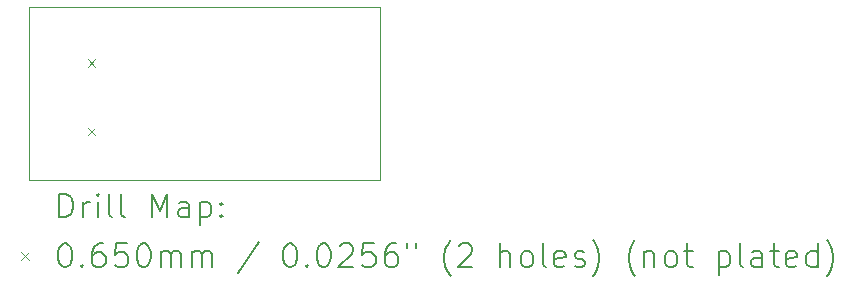
<source format=gbr>
%TF.GenerationSoftware,KiCad,Pcbnew,8.0.8*%
%TF.CreationDate,2025-06-15T19:23:17+08:00*%
%TF.ProjectId,USB_C_Connector,5553425f-435f-4436-9f6e-6e6563746f72,rev?*%
%TF.SameCoordinates,Original*%
%TF.FileFunction,Drillmap*%
%TF.FilePolarity,Positive*%
%FSLAX45Y45*%
G04 Gerber Fmt 4.5, Leading zero omitted, Abs format (unit mm)*
G04 Created by KiCad (PCBNEW 8.0.8) date 2025-06-15 19:23:17*
%MOMM*%
%LPD*%
G01*
G04 APERTURE LIST*
%ADD10C,0.050000*%
%ADD11C,0.200000*%
%ADD12C,0.100000*%
G04 APERTURE END LIST*
D10*
X3482340Y-4353560D02*
X6451600Y-4353560D01*
X6451600Y-5819140D01*
X3482340Y-5819140D01*
X3482340Y-4353560D01*
D11*
D12*
X3979080Y-4794060D02*
X4044080Y-4859060D01*
X4044080Y-4794060D02*
X3979080Y-4859060D01*
X3979080Y-5372060D02*
X4044080Y-5437060D01*
X4044080Y-5372060D02*
X3979080Y-5437060D01*
D11*
X3740617Y-6133124D02*
X3740617Y-5933124D01*
X3740617Y-5933124D02*
X3788236Y-5933124D01*
X3788236Y-5933124D02*
X3816807Y-5942648D01*
X3816807Y-5942648D02*
X3835855Y-5961695D01*
X3835855Y-5961695D02*
X3845379Y-5980743D01*
X3845379Y-5980743D02*
X3854902Y-6018838D01*
X3854902Y-6018838D02*
X3854902Y-6047409D01*
X3854902Y-6047409D02*
X3845379Y-6085505D01*
X3845379Y-6085505D02*
X3835855Y-6104552D01*
X3835855Y-6104552D02*
X3816807Y-6123600D01*
X3816807Y-6123600D02*
X3788236Y-6133124D01*
X3788236Y-6133124D02*
X3740617Y-6133124D01*
X3940617Y-6133124D02*
X3940617Y-5999790D01*
X3940617Y-6037886D02*
X3950141Y-6018838D01*
X3950141Y-6018838D02*
X3959664Y-6009314D01*
X3959664Y-6009314D02*
X3978712Y-5999790D01*
X3978712Y-5999790D02*
X3997760Y-5999790D01*
X4064426Y-6133124D02*
X4064426Y-5999790D01*
X4064426Y-5933124D02*
X4054902Y-5942648D01*
X4054902Y-5942648D02*
X4064426Y-5952171D01*
X4064426Y-5952171D02*
X4073950Y-5942648D01*
X4073950Y-5942648D02*
X4064426Y-5933124D01*
X4064426Y-5933124D02*
X4064426Y-5952171D01*
X4188236Y-6133124D02*
X4169188Y-6123600D01*
X4169188Y-6123600D02*
X4159664Y-6104552D01*
X4159664Y-6104552D02*
X4159664Y-5933124D01*
X4292998Y-6133124D02*
X4273950Y-6123600D01*
X4273950Y-6123600D02*
X4264426Y-6104552D01*
X4264426Y-6104552D02*
X4264426Y-5933124D01*
X4521569Y-6133124D02*
X4521569Y-5933124D01*
X4521569Y-5933124D02*
X4588236Y-6075981D01*
X4588236Y-6075981D02*
X4654903Y-5933124D01*
X4654903Y-5933124D02*
X4654903Y-6133124D01*
X4835855Y-6133124D02*
X4835855Y-6028362D01*
X4835855Y-6028362D02*
X4826331Y-6009314D01*
X4826331Y-6009314D02*
X4807284Y-5999790D01*
X4807284Y-5999790D02*
X4769188Y-5999790D01*
X4769188Y-5999790D02*
X4750141Y-6009314D01*
X4835855Y-6123600D02*
X4816807Y-6133124D01*
X4816807Y-6133124D02*
X4769188Y-6133124D01*
X4769188Y-6133124D02*
X4750141Y-6123600D01*
X4750141Y-6123600D02*
X4740617Y-6104552D01*
X4740617Y-6104552D02*
X4740617Y-6085505D01*
X4740617Y-6085505D02*
X4750141Y-6066457D01*
X4750141Y-6066457D02*
X4769188Y-6056933D01*
X4769188Y-6056933D02*
X4816807Y-6056933D01*
X4816807Y-6056933D02*
X4835855Y-6047409D01*
X4931093Y-5999790D02*
X4931093Y-6199790D01*
X4931093Y-6009314D02*
X4950141Y-5999790D01*
X4950141Y-5999790D02*
X4988236Y-5999790D01*
X4988236Y-5999790D02*
X5007284Y-6009314D01*
X5007284Y-6009314D02*
X5016807Y-6018838D01*
X5016807Y-6018838D02*
X5026331Y-6037886D01*
X5026331Y-6037886D02*
X5026331Y-6095028D01*
X5026331Y-6095028D02*
X5016807Y-6114076D01*
X5016807Y-6114076D02*
X5007284Y-6123600D01*
X5007284Y-6123600D02*
X4988236Y-6133124D01*
X4988236Y-6133124D02*
X4950141Y-6133124D01*
X4950141Y-6133124D02*
X4931093Y-6123600D01*
X5112045Y-6114076D02*
X5121569Y-6123600D01*
X5121569Y-6123600D02*
X5112045Y-6133124D01*
X5112045Y-6133124D02*
X5102522Y-6123600D01*
X5102522Y-6123600D02*
X5112045Y-6114076D01*
X5112045Y-6114076D02*
X5112045Y-6133124D01*
X5112045Y-6009314D02*
X5121569Y-6018838D01*
X5121569Y-6018838D02*
X5112045Y-6028362D01*
X5112045Y-6028362D02*
X5102522Y-6018838D01*
X5102522Y-6018838D02*
X5112045Y-6009314D01*
X5112045Y-6009314D02*
X5112045Y-6028362D01*
D12*
X3414840Y-6429140D02*
X3479840Y-6494140D01*
X3479840Y-6429140D02*
X3414840Y-6494140D01*
D11*
X3778712Y-6353124D02*
X3797760Y-6353124D01*
X3797760Y-6353124D02*
X3816807Y-6362648D01*
X3816807Y-6362648D02*
X3826331Y-6372171D01*
X3826331Y-6372171D02*
X3835855Y-6391219D01*
X3835855Y-6391219D02*
X3845379Y-6429314D01*
X3845379Y-6429314D02*
X3845379Y-6476933D01*
X3845379Y-6476933D02*
X3835855Y-6515028D01*
X3835855Y-6515028D02*
X3826331Y-6534076D01*
X3826331Y-6534076D02*
X3816807Y-6543600D01*
X3816807Y-6543600D02*
X3797760Y-6553124D01*
X3797760Y-6553124D02*
X3778712Y-6553124D01*
X3778712Y-6553124D02*
X3759664Y-6543600D01*
X3759664Y-6543600D02*
X3750141Y-6534076D01*
X3750141Y-6534076D02*
X3740617Y-6515028D01*
X3740617Y-6515028D02*
X3731093Y-6476933D01*
X3731093Y-6476933D02*
X3731093Y-6429314D01*
X3731093Y-6429314D02*
X3740617Y-6391219D01*
X3740617Y-6391219D02*
X3750141Y-6372171D01*
X3750141Y-6372171D02*
X3759664Y-6362648D01*
X3759664Y-6362648D02*
X3778712Y-6353124D01*
X3931093Y-6534076D02*
X3940617Y-6543600D01*
X3940617Y-6543600D02*
X3931093Y-6553124D01*
X3931093Y-6553124D02*
X3921569Y-6543600D01*
X3921569Y-6543600D02*
X3931093Y-6534076D01*
X3931093Y-6534076D02*
X3931093Y-6553124D01*
X4112045Y-6353124D02*
X4073950Y-6353124D01*
X4073950Y-6353124D02*
X4054902Y-6362648D01*
X4054902Y-6362648D02*
X4045379Y-6372171D01*
X4045379Y-6372171D02*
X4026331Y-6400743D01*
X4026331Y-6400743D02*
X4016807Y-6438838D01*
X4016807Y-6438838D02*
X4016807Y-6515028D01*
X4016807Y-6515028D02*
X4026331Y-6534076D01*
X4026331Y-6534076D02*
X4035855Y-6543600D01*
X4035855Y-6543600D02*
X4054902Y-6553124D01*
X4054902Y-6553124D02*
X4092998Y-6553124D01*
X4092998Y-6553124D02*
X4112045Y-6543600D01*
X4112045Y-6543600D02*
X4121569Y-6534076D01*
X4121569Y-6534076D02*
X4131093Y-6515028D01*
X4131093Y-6515028D02*
X4131093Y-6467409D01*
X4131093Y-6467409D02*
X4121569Y-6448362D01*
X4121569Y-6448362D02*
X4112045Y-6438838D01*
X4112045Y-6438838D02*
X4092998Y-6429314D01*
X4092998Y-6429314D02*
X4054902Y-6429314D01*
X4054902Y-6429314D02*
X4035855Y-6438838D01*
X4035855Y-6438838D02*
X4026331Y-6448362D01*
X4026331Y-6448362D02*
X4016807Y-6467409D01*
X4312045Y-6353124D02*
X4216807Y-6353124D01*
X4216807Y-6353124D02*
X4207284Y-6448362D01*
X4207284Y-6448362D02*
X4216807Y-6438838D01*
X4216807Y-6438838D02*
X4235855Y-6429314D01*
X4235855Y-6429314D02*
X4283474Y-6429314D01*
X4283474Y-6429314D02*
X4302522Y-6438838D01*
X4302522Y-6438838D02*
X4312045Y-6448362D01*
X4312045Y-6448362D02*
X4321569Y-6467409D01*
X4321569Y-6467409D02*
X4321569Y-6515028D01*
X4321569Y-6515028D02*
X4312045Y-6534076D01*
X4312045Y-6534076D02*
X4302522Y-6543600D01*
X4302522Y-6543600D02*
X4283474Y-6553124D01*
X4283474Y-6553124D02*
X4235855Y-6553124D01*
X4235855Y-6553124D02*
X4216807Y-6543600D01*
X4216807Y-6543600D02*
X4207284Y-6534076D01*
X4445379Y-6353124D02*
X4464426Y-6353124D01*
X4464426Y-6353124D02*
X4483474Y-6362648D01*
X4483474Y-6362648D02*
X4492998Y-6372171D01*
X4492998Y-6372171D02*
X4502522Y-6391219D01*
X4502522Y-6391219D02*
X4512045Y-6429314D01*
X4512045Y-6429314D02*
X4512045Y-6476933D01*
X4512045Y-6476933D02*
X4502522Y-6515028D01*
X4502522Y-6515028D02*
X4492998Y-6534076D01*
X4492998Y-6534076D02*
X4483474Y-6543600D01*
X4483474Y-6543600D02*
X4464426Y-6553124D01*
X4464426Y-6553124D02*
X4445379Y-6553124D01*
X4445379Y-6553124D02*
X4426331Y-6543600D01*
X4426331Y-6543600D02*
X4416807Y-6534076D01*
X4416807Y-6534076D02*
X4407284Y-6515028D01*
X4407284Y-6515028D02*
X4397760Y-6476933D01*
X4397760Y-6476933D02*
X4397760Y-6429314D01*
X4397760Y-6429314D02*
X4407284Y-6391219D01*
X4407284Y-6391219D02*
X4416807Y-6372171D01*
X4416807Y-6372171D02*
X4426331Y-6362648D01*
X4426331Y-6362648D02*
X4445379Y-6353124D01*
X4597760Y-6553124D02*
X4597760Y-6419790D01*
X4597760Y-6438838D02*
X4607284Y-6429314D01*
X4607284Y-6429314D02*
X4626331Y-6419790D01*
X4626331Y-6419790D02*
X4654903Y-6419790D01*
X4654903Y-6419790D02*
X4673950Y-6429314D01*
X4673950Y-6429314D02*
X4683474Y-6448362D01*
X4683474Y-6448362D02*
X4683474Y-6553124D01*
X4683474Y-6448362D02*
X4692998Y-6429314D01*
X4692998Y-6429314D02*
X4712045Y-6419790D01*
X4712045Y-6419790D02*
X4740617Y-6419790D01*
X4740617Y-6419790D02*
X4759665Y-6429314D01*
X4759665Y-6429314D02*
X4769188Y-6448362D01*
X4769188Y-6448362D02*
X4769188Y-6553124D01*
X4864426Y-6553124D02*
X4864426Y-6419790D01*
X4864426Y-6438838D02*
X4873950Y-6429314D01*
X4873950Y-6429314D02*
X4892998Y-6419790D01*
X4892998Y-6419790D02*
X4921569Y-6419790D01*
X4921569Y-6419790D02*
X4940617Y-6429314D01*
X4940617Y-6429314D02*
X4950141Y-6448362D01*
X4950141Y-6448362D02*
X4950141Y-6553124D01*
X4950141Y-6448362D02*
X4959665Y-6429314D01*
X4959665Y-6429314D02*
X4978712Y-6419790D01*
X4978712Y-6419790D02*
X5007284Y-6419790D01*
X5007284Y-6419790D02*
X5026331Y-6429314D01*
X5026331Y-6429314D02*
X5035855Y-6448362D01*
X5035855Y-6448362D02*
X5035855Y-6553124D01*
X5426331Y-6343600D02*
X5254903Y-6600743D01*
X5683474Y-6353124D02*
X5702522Y-6353124D01*
X5702522Y-6353124D02*
X5721569Y-6362648D01*
X5721569Y-6362648D02*
X5731093Y-6372171D01*
X5731093Y-6372171D02*
X5740617Y-6391219D01*
X5740617Y-6391219D02*
X5750141Y-6429314D01*
X5750141Y-6429314D02*
X5750141Y-6476933D01*
X5750141Y-6476933D02*
X5740617Y-6515028D01*
X5740617Y-6515028D02*
X5731093Y-6534076D01*
X5731093Y-6534076D02*
X5721569Y-6543600D01*
X5721569Y-6543600D02*
X5702522Y-6553124D01*
X5702522Y-6553124D02*
X5683474Y-6553124D01*
X5683474Y-6553124D02*
X5664426Y-6543600D01*
X5664426Y-6543600D02*
X5654903Y-6534076D01*
X5654903Y-6534076D02*
X5645379Y-6515028D01*
X5645379Y-6515028D02*
X5635855Y-6476933D01*
X5635855Y-6476933D02*
X5635855Y-6429314D01*
X5635855Y-6429314D02*
X5645379Y-6391219D01*
X5645379Y-6391219D02*
X5654903Y-6372171D01*
X5654903Y-6372171D02*
X5664426Y-6362648D01*
X5664426Y-6362648D02*
X5683474Y-6353124D01*
X5835855Y-6534076D02*
X5845379Y-6543600D01*
X5845379Y-6543600D02*
X5835855Y-6553124D01*
X5835855Y-6553124D02*
X5826331Y-6543600D01*
X5826331Y-6543600D02*
X5835855Y-6534076D01*
X5835855Y-6534076D02*
X5835855Y-6553124D01*
X5969188Y-6353124D02*
X5988236Y-6353124D01*
X5988236Y-6353124D02*
X6007284Y-6362648D01*
X6007284Y-6362648D02*
X6016807Y-6372171D01*
X6016807Y-6372171D02*
X6026331Y-6391219D01*
X6026331Y-6391219D02*
X6035855Y-6429314D01*
X6035855Y-6429314D02*
X6035855Y-6476933D01*
X6035855Y-6476933D02*
X6026331Y-6515028D01*
X6026331Y-6515028D02*
X6016807Y-6534076D01*
X6016807Y-6534076D02*
X6007284Y-6543600D01*
X6007284Y-6543600D02*
X5988236Y-6553124D01*
X5988236Y-6553124D02*
X5969188Y-6553124D01*
X5969188Y-6553124D02*
X5950141Y-6543600D01*
X5950141Y-6543600D02*
X5940617Y-6534076D01*
X5940617Y-6534076D02*
X5931093Y-6515028D01*
X5931093Y-6515028D02*
X5921569Y-6476933D01*
X5921569Y-6476933D02*
X5921569Y-6429314D01*
X5921569Y-6429314D02*
X5931093Y-6391219D01*
X5931093Y-6391219D02*
X5940617Y-6372171D01*
X5940617Y-6372171D02*
X5950141Y-6362648D01*
X5950141Y-6362648D02*
X5969188Y-6353124D01*
X6112046Y-6372171D02*
X6121569Y-6362648D01*
X6121569Y-6362648D02*
X6140617Y-6353124D01*
X6140617Y-6353124D02*
X6188236Y-6353124D01*
X6188236Y-6353124D02*
X6207284Y-6362648D01*
X6207284Y-6362648D02*
X6216807Y-6372171D01*
X6216807Y-6372171D02*
X6226331Y-6391219D01*
X6226331Y-6391219D02*
X6226331Y-6410267D01*
X6226331Y-6410267D02*
X6216807Y-6438838D01*
X6216807Y-6438838D02*
X6102522Y-6553124D01*
X6102522Y-6553124D02*
X6226331Y-6553124D01*
X6407284Y-6353124D02*
X6312046Y-6353124D01*
X6312046Y-6353124D02*
X6302522Y-6448362D01*
X6302522Y-6448362D02*
X6312046Y-6438838D01*
X6312046Y-6438838D02*
X6331093Y-6429314D01*
X6331093Y-6429314D02*
X6378712Y-6429314D01*
X6378712Y-6429314D02*
X6397760Y-6438838D01*
X6397760Y-6438838D02*
X6407284Y-6448362D01*
X6407284Y-6448362D02*
X6416807Y-6467409D01*
X6416807Y-6467409D02*
X6416807Y-6515028D01*
X6416807Y-6515028D02*
X6407284Y-6534076D01*
X6407284Y-6534076D02*
X6397760Y-6543600D01*
X6397760Y-6543600D02*
X6378712Y-6553124D01*
X6378712Y-6553124D02*
X6331093Y-6553124D01*
X6331093Y-6553124D02*
X6312046Y-6543600D01*
X6312046Y-6543600D02*
X6302522Y-6534076D01*
X6588236Y-6353124D02*
X6550141Y-6353124D01*
X6550141Y-6353124D02*
X6531093Y-6362648D01*
X6531093Y-6362648D02*
X6521569Y-6372171D01*
X6521569Y-6372171D02*
X6502522Y-6400743D01*
X6502522Y-6400743D02*
X6492998Y-6438838D01*
X6492998Y-6438838D02*
X6492998Y-6515028D01*
X6492998Y-6515028D02*
X6502522Y-6534076D01*
X6502522Y-6534076D02*
X6512046Y-6543600D01*
X6512046Y-6543600D02*
X6531093Y-6553124D01*
X6531093Y-6553124D02*
X6569188Y-6553124D01*
X6569188Y-6553124D02*
X6588236Y-6543600D01*
X6588236Y-6543600D02*
X6597760Y-6534076D01*
X6597760Y-6534076D02*
X6607284Y-6515028D01*
X6607284Y-6515028D02*
X6607284Y-6467409D01*
X6607284Y-6467409D02*
X6597760Y-6448362D01*
X6597760Y-6448362D02*
X6588236Y-6438838D01*
X6588236Y-6438838D02*
X6569188Y-6429314D01*
X6569188Y-6429314D02*
X6531093Y-6429314D01*
X6531093Y-6429314D02*
X6512046Y-6438838D01*
X6512046Y-6438838D02*
X6502522Y-6448362D01*
X6502522Y-6448362D02*
X6492998Y-6467409D01*
X6683474Y-6353124D02*
X6683474Y-6391219D01*
X6759665Y-6353124D02*
X6759665Y-6391219D01*
X7054903Y-6629314D02*
X7045379Y-6619790D01*
X7045379Y-6619790D02*
X7026331Y-6591219D01*
X7026331Y-6591219D02*
X7016808Y-6572171D01*
X7016808Y-6572171D02*
X7007284Y-6543600D01*
X7007284Y-6543600D02*
X6997760Y-6495981D01*
X6997760Y-6495981D02*
X6997760Y-6457886D01*
X6997760Y-6457886D02*
X7007284Y-6410267D01*
X7007284Y-6410267D02*
X7016808Y-6381695D01*
X7016808Y-6381695D02*
X7026331Y-6362648D01*
X7026331Y-6362648D02*
X7045379Y-6334076D01*
X7045379Y-6334076D02*
X7054903Y-6324552D01*
X7121569Y-6372171D02*
X7131093Y-6362648D01*
X7131093Y-6362648D02*
X7150141Y-6353124D01*
X7150141Y-6353124D02*
X7197760Y-6353124D01*
X7197760Y-6353124D02*
X7216808Y-6362648D01*
X7216808Y-6362648D02*
X7226331Y-6372171D01*
X7226331Y-6372171D02*
X7235855Y-6391219D01*
X7235855Y-6391219D02*
X7235855Y-6410267D01*
X7235855Y-6410267D02*
X7226331Y-6438838D01*
X7226331Y-6438838D02*
X7112046Y-6553124D01*
X7112046Y-6553124D02*
X7235855Y-6553124D01*
X7473950Y-6553124D02*
X7473950Y-6353124D01*
X7559665Y-6553124D02*
X7559665Y-6448362D01*
X7559665Y-6448362D02*
X7550141Y-6429314D01*
X7550141Y-6429314D02*
X7531093Y-6419790D01*
X7531093Y-6419790D02*
X7502522Y-6419790D01*
X7502522Y-6419790D02*
X7483474Y-6429314D01*
X7483474Y-6429314D02*
X7473950Y-6438838D01*
X7683474Y-6553124D02*
X7664427Y-6543600D01*
X7664427Y-6543600D02*
X7654903Y-6534076D01*
X7654903Y-6534076D02*
X7645379Y-6515028D01*
X7645379Y-6515028D02*
X7645379Y-6457886D01*
X7645379Y-6457886D02*
X7654903Y-6438838D01*
X7654903Y-6438838D02*
X7664427Y-6429314D01*
X7664427Y-6429314D02*
X7683474Y-6419790D01*
X7683474Y-6419790D02*
X7712046Y-6419790D01*
X7712046Y-6419790D02*
X7731093Y-6429314D01*
X7731093Y-6429314D02*
X7740617Y-6438838D01*
X7740617Y-6438838D02*
X7750141Y-6457886D01*
X7750141Y-6457886D02*
X7750141Y-6515028D01*
X7750141Y-6515028D02*
X7740617Y-6534076D01*
X7740617Y-6534076D02*
X7731093Y-6543600D01*
X7731093Y-6543600D02*
X7712046Y-6553124D01*
X7712046Y-6553124D02*
X7683474Y-6553124D01*
X7864427Y-6553124D02*
X7845379Y-6543600D01*
X7845379Y-6543600D02*
X7835855Y-6524552D01*
X7835855Y-6524552D02*
X7835855Y-6353124D01*
X8016808Y-6543600D02*
X7997760Y-6553124D01*
X7997760Y-6553124D02*
X7959665Y-6553124D01*
X7959665Y-6553124D02*
X7940617Y-6543600D01*
X7940617Y-6543600D02*
X7931093Y-6524552D01*
X7931093Y-6524552D02*
X7931093Y-6448362D01*
X7931093Y-6448362D02*
X7940617Y-6429314D01*
X7940617Y-6429314D02*
X7959665Y-6419790D01*
X7959665Y-6419790D02*
X7997760Y-6419790D01*
X7997760Y-6419790D02*
X8016808Y-6429314D01*
X8016808Y-6429314D02*
X8026331Y-6448362D01*
X8026331Y-6448362D02*
X8026331Y-6467409D01*
X8026331Y-6467409D02*
X7931093Y-6486457D01*
X8102522Y-6543600D02*
X8121570Y-6553124D01*
X8121570Y-6553124D02*
X8159665Y-6553124D01*
X8159665Y-6553124D02*
X8178712Y-6543600D01*
X8178712Y-6543600D02*
X8188236Y-6524552D01*
X8188236Y-6524552D02*
X8188236Y-6515028D01*
X8188236Y-6515028D02*
X8178712Y-6495981D01*
X8178712Y-6495981D02*
X8159665Y-6486457D01*
X8159665Y-6486457D02*
X8131093Y-6486457D01*
X8131093Y-6486457D02*
X8112046Y-6476933D01*
X8112046Y-6476933D02*
X8102522Y-6457886D01*
X8102522Y-6457886D02*
X8102522Y-6448362D01*
X8102522Y-6448362D02*
X8112046Y-6429314D01*
X8112046Y-6429314D02*
X8131093Y-6419790D01*
X8131093Y-6419790D02*
X8159665Y-6419790D01*
X8159665Y-6419790D02*
X8178712Y-6429314D01*
X8254903Y-6629314D02*
X8264427Y-6619790D01*
X8264427Y-6619790D02*
X8283474Y-6591219D01*
X8283474Y-6591219D02*
X8292998Y-6572171D01*
X8292998Y-6572171D02*
X8302522Y-6543600D01*
X8302522Y-6543600D02*
X8312046Y-6495981D01*
X8312046Y-6495981D02*
X8312046Y-6457886D01*
X8312046Y-6457886D02*
X8302522Y-6410267D01*
X8302522Y-6410267D02*
X8292998Y-6381695D01*
X8292998Y-6381695D02*
X8283474Y-6362648D01*
X8283474Y-6362648D02*
X8264427Y-6334076D01*
X8264427Y-6334076D02*
X8254903Y-6324552D01*
X8616808Y-6629314D02*
X8607284Y-6619790D01*
X8607284Y-6619790D02*
X8588236Y-6591219D01*
X8588236Y-6591219D02*
X8578713Y-6572171D01*
X8578713Y-6572171D02*
X8569189Y-6543600D01*
X8569189Y-6543600D02*
X8559665Y-6495981D01*
X8559665Y-6495981D02*
X8559665Y-6457886D01*
X8559665Y-6457886D02*
X8569189Y-6410267D01*
X8569189Y-6410267D02*
X8578713Y-6381695D01*
X8578713Y-6381695D02*
X8588236Y-6362648D01*
X8588236Y-6362648D02*
X8607284Y-6334076D01*
X8607284Y-6334076D02*
X8616808Y-6324552D01*
X8692998Y-6419790D02*
X8692998Y-6553124D01*
X8692998Y-6438838D02*
X8702522Y-6429314D01*
X8702522Y-6429314D02*
X8721570Y-6419790D01*
X8721570Y-6419790D02*
X8750141Y-6419790D01*
X8750141Y-6419790D02*
X8769189Y-6429314D01*
X8769189Y-6429314D02*
X8778713Y-6448362D01*
X8778713Y-6448362D02*
X8778713Y-6553124D01*
X8902522Y-6553124D02*
X8883474Y-6543600D01*
X8883474Y-6543600D02*
X8873951Y-6534076D01*
X8873951Y-6534076D02*
X8864427Y-6515028D01*
X8864427Y-6515028D02*
X8864427Y-6457886D01*
X8864427Y-6457886D02*
X8873951Y-6438838D01*
X8873951Y-6438838D02*
X8883474Y-6429314D01*
X8883474Y-6429314D02*
X8902522Y-6419790D01*
X8902522Y-6419790D02*
X8931094Y-6419790D01*
X8931094Y-6419790D02*
X8950141Y-6429314D01*
X8950141Y-6429314D02*
X8959665Y-6438838D01*
X8959665Y-6438838D02*
X8969189Y-6457886D01*
X8969189Y-6457886D02*
X8969189Y-6515028D01*
X8969189Y-6515028D02*
X8959665Y-6534076D01*
X8959665Y-6534076D02*
X8950141Y-6543600D01*
X8950141Y-6543600D02*
X8931094Y-6553124D01*
X8931094Y-6553124D02*
X8902522Y-6553124D01*
X9026332Y-6419790D02*
X9102522Y-6419790D01*
X9054903Y-6353124D02*
X9054903Y-6524552D01*
X9054903Y-6524552D02*
X9064427Y-6543600D01*
X9064427Y-6543600D02*
X9083474Y-6553124D01*
X9083474Y-6553124D02*
X9102522Y-6553124D01*
X9321570Y-6419790D02*
X9321570Y-6619790D01*
X9321570Y-6429314D02*
X9340617Y-6419790D01*
X9340617Y-6419790D02*
X9378713Y-6419790D01*
X9378713Y-6419790D02*
X9397760Y-6429314D01*
X9397760Y-6429314D02*
X9407284Y-6438838D01*
X9407284Y-6438838D02*
X9416808Y-6457886D01*
X9416808Y-6457886D02*
X9416808Y-6515028D01*
X9416808Y-6515028D02*
X9407284Y-6534076D01*
X9407284Y-6534076D02*
X9397760Y-6543600D01*
X9397760Y-6543600D02*
X9378713Y-6553124D01*
X9378713Y-6553124D02*
X9340617Y-6553124D01*
X9340617Y-6553124D02*
X9321570Y-6543600D01*
X9531094Y-6553124D02*
X9512046Y-6543600D01*
X9512046Y-6543600D02*
X9502522Y-6524552D01*
X9502522Y-6524552D02*
X9502522Y-6353124D01*
X9692998Y-6553124D02*
X9692998Y-6448362D01*
X9692998Y-6448362D02*
X9683475Y-6429314D01*
X9683475Y-6429314D02*
X9664427Y-6419790D01*
X9664427Y-6419790D02*
X9626332Y-6419790D01*
X9626332Y-6419790D02*
X9607284Y-6429314D01*
X9692998Y-6543600D02*
X9673951Y-6553124D01*
X9673951Y-6553124D02*
X9626332Y-6553124D01*
X9626332Y-6553124D02*
X9607284Y-6543600D01*
X9607284Y-6543600D02*
X9597760Y-6524552D01*
X9597760Y-6524552D02*
X9597760Y-6505505D01*
X9597760Y-6505505D02*
X9607284Y-6486457D01*
X9607284Y-6486457D02*
X9626332Y-6476933D01*
X9626332Y-6476933D02*
X9673951Y-6476933D01*
X9673951Y-6476933D02*
X9692998Y-6467409D01*
X9759665Y-6419790D02*
X9835855Y-6419790D01*
X9788236Y-6353124D02*
X9788236Y-6524552D01*
X9788236Y-6524552D02*
X9797760Y-6543600D01*
X9797760Y-6543600D02*
X9816808Y-6553124D01*
X9816808Y-6553124D02*
X9835855Y-6553124D01*
X9978713Y-6543600D02*
X9959665Y-6553124D01*
X9959665Y-6553124D02*
X9921570Y-6553124D01*
X9921570Y-6553124D02*
X9902522Y-6543600D01*
X9902522Y-6543600D02*
X9892998Y-6524552D01*
X9892998Y-6524552D02*
X9892998Y-6448362D01*
X9892998Y-6448362D02*
X9902522Y-6429314D01*
X9902522Y-6429314D02*
X9921570Y-6419790D01*
X9921570Y-6419790D02*
X9959665Y-6419790D01*
X9959665Y-6419790D02*
X9978713Y-6429314D01*
X9978713Y-6429314D02*
X9988236Y-6448362D01*
X9988236Y-6448362D02*
X9988236Y-6467409D01*
X9988236Y-6467409D02*
X9892998Y-6486457D01*
X10159665Y-6553124D02*
X10159665Y-6353124D01*
X10159665Y-6543600D02*
X10140617Y-6553124D01*
X10140617Y-6553124D02*
X10102522Y-6553124D01*
X10102522Y-6553124D02*
X10083475Y-6543600D01*
X10083475Y-6543600D02*
X10073951Y-6534076D01*
X10073951Y-6534076D02*
X10064427Y-6515028D01*
X10064427Y-6515028D02*
X10064427Y-6457886D01*
X10064427Y-6457886D02*
X10073951Y-6438838D01*
X10073951Y-6438838D02*
X10083475Y-6429314D01*
X10083475Y-6429314D02*
X10102522Y-6419790D01*
X10102522Y-6419790D02*
X10140617Y-6419790D01*
X10140617Y-6419790D02*
X10159665Y-6429314D01*
X10235856Y-6629314D02*
X10245379Y-6619790D01*
X10245379Y-6619790D02*
X10264427Y-6591219D01*
X10264427Y-6591219D02*
X10273951Y-6572171D01*
X10273951Y-6572171D02*
X10283475Y-6543600D01*
X10283475Y-6543600D02*
X10292998Y-6495981D01*
X10292998Y-6495981D02*
X10292998Y-6457886D01*
X10292998Y-6457886D02*
X10283475Y-6410267D01*
X10283475Y-6410267D02*
X10273951Y-6381695D01*
X10273951Y-6381695D02*
X10264427Y-6362648D01*
X10264427Y-6362648D02*
X10245379Y-6334076D01*
X10245379Y-6334076D02*
X10235856Y-6324552D01*
M02*

</source>
